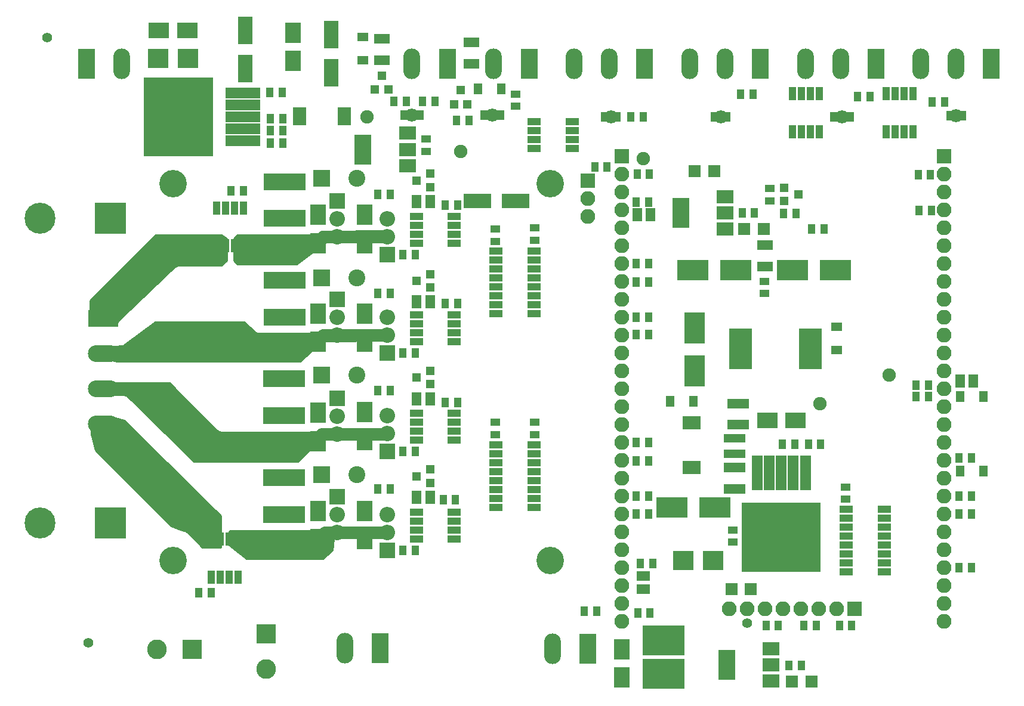
<source format=gbr>
G04 #@! TF.FileFunction,Soldermask,Bot*
%FSLAX45Y45*%
G04 Gerber Fmt 4.5, Leading zero omitted, Abs format (unit mm)*
G04 Created by KiCad (PCBNEW 4.0.7-e2-6376~58~ubuntu16.04.1) date Mon Mar 12 22:22:28 2018*
%MOMM*%
%LPD*%
G01*
G04 APERTURE LIST*
%ADD10C,0.100000*%
%ADD11C,1.400000*%
%ADD12R,2.100000X2.100000*%
%ADD13O,2.100000X2.100000*%
%ADD14R,2.400000X4.200000*%
%ADD15R,2.400000X1.900000*%
%ADD16R,1.760000X1.800000*%
%ADD17R,1.000000X1.950000*%
%ADD18R,4.360000X2.380000*%
%ADD19O,4.360000X2.380000*%
%ADD20R,2.800000X2.800000*%
%ADD21C,2.800000*%
%ADD22R,2.200000X2.900000*%
%ADD23R,2.380000X4.360000*%
%ADD24O,2.380000X4.360000*%
%ADD25R,2.200000X2.200000*%
%ADD26O,2.200000X2.200000*%
%ADD27R,1.400000X1.070000*%
%ADD28R,1.370000X1.900000*%
%ADD29R,1.070000X1.400000*%
%ADD30R,1.300000X1.200000*%
%ADD31R,1.600000X1.300000*%
%ADD32R,1.300000X1.600000*%
%ADD33R,2.900000X2.200000*%
%ADD34R,2.200000X1.470000*%
%ADD35R,5.900000X4.290000*%
%ADD36R,2.600000X1.900000*%
%ADD37R,3.100000X1.200000*%
%ADD38R,3.300000X5.800000*%
%ADD39R,1.900000X2.600000*%
%ADD40R,1.200000X1.300000*%
%ADD41R,1.900000X1.000000*%
%ADD42R,1.950000X1.000000*%
%ADD43R,2.900000X2.700000*%
%ADD44R,1.500000X5.000000*%
%ADD45R,11.200000X9.800000*%
%ADD46R,5.000000X1.500000*%
%ADD47R,9.800000X11.200000*%
%ADD48C,3.900000*%
%ADD49R,1.900000X1.370000*%
%ADD50R,4.400000X2.900000*%
%ADD51R,2.900000X4.400000*%
%ADD52R,3.100000X1.470000*%
%ADD53R,2.000000X3.900000*%
%ADD54R,3.900000X2.000000*%
%ADD55R,4.400000X4.400000*%
%ADD56C,4.400000*%
%ADD57R,5.900000X2.425000*%
%ADD58R,2.400000X2.400000*%
%ADD59C,2.400000*%
%ADD60R,1.100000X1.400000*%
%ADD61O,1.860000X1.860000*%
%ADD62C,1.900000*%
%ADD63R,1.400000X1.400000*%
%ADD64C,0.254000*%
G04 APERTURE END LIST*
D10*
D11*
X7840000Y-6790000D03*
D12*
X19300000Y-14900000D03*
D13*
X19046000Y-14900000D03*
X18792000Y-14900000D03*
X18538000Y-14900000D03*
X18284000Y-14900000D03*
X18030000Y-14900000D03*
X17776000Y-14900000D03*
X17522000Y-14900000D03*
D14*
X16835000Y-9280000D03*
D15*
X17465000Y-9280000D03*
X17465000Y-9510000D03*
X17465000Y-9050000D03*
D16*
X17032000Y-8690000D03*
X17308000Y-8690000D03*
D17*
X10169500Y-13910000D03*
X10296500Y-13910000D03*
X10423500Y-13910000D03*
X10550500Y-13910000D03*
X10550500Y-14450000D03*
X10423500Y-14450000D03*
X10296500Y-14450000D03*
X10169500Y-14450000D03*
D18*
X8640000Y-10780000D03*
D19*
X8640000Y-11280000D03*
X8640000Y-12280000D03*
X8640000Y-11780000D03*
D20*
X9900000Y-15480000D03*
D21*
X9400000Y-15480000D03*
D22*
X11690000Y-12120000D03*
X11690000Y-12520000D03*
D12*
X16000000Y-8480000D03*
D13*
X16000000Y-8734000D03*
X16000000Y-8988000D03*
X16000000Y-9242000D03*
X16000000Y-9496000D03*
X16000000Y-9750000D03*
X16000000Y-10004000D03*
X16000000Y-10258000D03*
X16000000Y-10512000D03*
X16000000Y-10766000D03*
X16000000Y-11020000D03*
X16000000Y-11274000D03*
X16000000Y-11528000D03*
X16000000Y-11782000D03*
X16000000Y-12036000D03*
X16000000Y-12290000D03*
X16000000Y-12544000D03*
X16000000Y-12798000D03*
X16000000Y-13052000D03*
X16000000Y-13306000D03*
X16000000Y-13560000D03*
X16000000Y-13814000D03*
X16000000Y-14068000D03*
X16000000Y-14322000D03*
X16000000Y-14576000D03*
X16000000Y-14830000D03*
X16000000Y-15084000D03*
D23*
X8400000Y-7160000D03*
D24*
X8900000Y-7160000D03*
D25*
X12670000Y-12670000D03*
D26*
X12670000Y-12416000D03*
X12670000Y-12162000D03*
D25*
X11960000Y-10510000D03*
D26*
X11960000Y-10764000D03*
X11960000Y-11018000D03*
D25*
X11960000Y-11910000D03*
D26*
X11960000Y-12164000D03*
X11960000Y-12418000D03*
D25*
X11960000Y-9110000D03*
D26*
X11960000Y-9364000D03*
X11960000Y-9618000D03*
D25*
X12670000Y-9870000D03*
D26*
X12670000Y-9616000D03*
X12670000Y-9362000D03*
D27*
X14760000Y-9492500D03*
X14760000Y-9667500D03*
X14760000Y-12252500D03*
X14760000Y-12427500D03*
X14200000Y-9512500D03*
X14200000Y-9687500D03*
X14200000Y-12252500D03*
X14200000Y-12427500D03*
D28*
X13084500Y-9120000D03*
X13275500Y-9120000D03*
X13084500Y-10545000D03*
X13275500Y-10545000D03*
X13084500Y-11920000D03*
X13275500Y-11920000D03*
X13084500Y-13320000D03*
X13275500Y-13320000D03*
D29*
X13492500Y-9170000D03*
X13667500Y-9170000D03*
X10452500Y-8965000D03*
X10627500Y-8965000D03*
X13492500Y-10570000D03*
X13667500Y-10570000D03*
X9992500Y-14670000D03*
X10167500Y-14670000D03*
X13462500Y-13350000D03*
X13637500Y-13350000D03*
X13492500Y-11970000D03*
X13667500Y-11970000D03*
X11002500Y-7570000D03*
X11177500Y-7570000D03*
D30*
X13280000Y-8725000D03*
X13280000Y-8915000D03*
X13080000Y-8820000D03*
X13280000Y-10150000D03*
X13280000Y-10340000D03*
X13080000Y-10245000D03*
X13280000Y-11525000D03*
X13280000Y-11715000D03*
X13080000Y-11620000D03*
X13280000Y-12925000D03*
X13280000Y-13115000D03*
X13080000Y-13020000D03*
D22*
X11690000Y-9310000D03*
X11690000Y-9710000D03*
X12350000Y-9710000D03*
X12350000Y-9310000D03*
X11690000Y-10710000D03*
X11690000Y-11110000D03*
X12350000Y-11110000D03*
X12350000Y-10710000D03*
X12350000Y-12510000D03*
X12350000Y-12110000D03*
X11690000Y-13510000D03*
X11690000Y-13910000D03*
X12350000Y-13910000D03*
X12350000Y-13510000D03*
D31*
X12320000Y-7115000D03*
X12320000Y-6785000D03*
D32*
X13955000Y-7520000D03*
X14285000Y-7520000D03*
X17015000Y-11960000D03*
X16685000Y-11960000D03*
D33*
X18060000Y-12230000D03*
X18460000Y-12230000D03*
X9830000Y-6690000D03*
X9430000Y-6690000D03*
D34*
X12590000Y-6809500D03*
X12590000Y-7110500D03*
X13860000Y-6859500D03*
X13860000Y-7160500D03*
D35*
X16590000Y-15350500D03*
X16590000Y-15829500D03*
D36*
X16990000Y-12900000D03*
X16990000Y-12260000D03*
D37*
X17600000Y-12480000D03*
X17600000Y-12700000D03*
D38*
X17685000Y-11210000D03*
X18675000Y-11210000D03*
D34*
X18030000Y-10040500D03*
X18030000Y-9739500D03*
D39*
X11420000Y-7910000D03*
X12060000Y-7910000D03*
D40*
X12685000Y-7530000D03*
X12495000Y-7530000D03*
X12590000Y-7330000D03*
D29*
X16202500Y-10000000D03*
X16377500Y-10000000D03*
X16202500Y-12540000D03*
X16377500Y-12540000D03*
X16202500Y-10260000D03*
X16377500Y-10260000D03*
X16202500Y-12800000D03*
X16377500Y-12800000D03*
X16202500Y-10760000D03*
X16377500Y-10760000D03*
X16202500Y-13300000D03*
X16377500Y-13300000D03*
X16202500Y-11010000D03*
X16377500Y-11010000D03*
X16202500Y-13560000D03*
X16377500Y-13560000D03*
X12532500Y-9020000D03*
X12707500Y-9020000D03*
X12892500Y-9870000D03*
X13067500Y-9870000D03*
X12532500Y-10420000D03*
X12707500Y-10420000D03*
X12892500Y-11270000D03*
X13067500Y-11270000D03*
X12532500Y-11800000D03*
X12707500Y-11800000D03*
X12892500Y-12670000D03*
X13067500Y-12670000D03*
X12532500Y-13200000D03*
X12707500Y-13200000D03*
X12892500Y-14070000D03*
X13067500Y-14070000D03*
X15787500Y-8630000D03*
X15612500Y-8630000D03*
X15637500Y-14940000D03*
X15462500Y-14940000D03*
X16387500Y-8730000D03*
X16212500Y-8730000D03*
X16397500Y-14960000D03*
X16222500Y-14960000D03*
X20202500Y-8740000D03*
X20377500Y-8740000D03*
X20212500Y-9250000D03*
X20387500Y-9250000D03*
X16297500Y-7920000D03*
X16122500Y-7920000D03*
X17857500Y-7600000D03*
X17682500Y-7600000D03*
X19517500Y-7630000D03*
X19342500Y-7630000D03*
X20402500Y-7710000D03*
X20577500Y-7710000D03*
X12937500Y-7700000D03*
X12762500Y-7700000D03*
X13827500Y-7970000D03*
X13652500Y-7970000D03*
X13347500Y-7700000D03*
X13172500Y-7700000D03*
D27*
X14490000Y-7592500D03*
X14490000Y-7767500D03*
D29*
X20347500Y-11730000D03*
X20172500Y-11730000D03*
X16202500Y-9130000D03*
X16377500Y-9130000D03*
X16262500Y-14260000D03*
X16437500Y-14260000D03*
X20347500Y-11890000D03*
X20172500Y-11890000D03*
X18292500Y-9290000D03*
X18467500Y-9290000D03*
D27*
X18100000Y-8932500D03*
X18100000Y-9107500D03*
D29*
X18867500Y-9510000D03*
X18692500Y-9510000D03*
D41*
X14750000Y-9825500D03*
X14750000Y-9952500D03*
X14750000Y-10079500D03*
X14750000Y-10206500D03*
X14750000Y-10333500D03*
X14750000Y-10460500D03*
X14750000Y-10587500D03*
X14750000Y-10714500D03*
X14210000Y-10714500D03*
X14210000Y-10587500D03*
X14210000Y-10460500D03*
X14210000Y-10333500D03*
X14210000Y-10206500D03*
X14210000Y-10079500D03*
X14210000Y-9952500D03*
X14210000Y-9825500D03*
X14750000Y-12575500D03*
X14750000Y-12702500D03*
X14750000Y-12829500D03*
X14750000Y-12956500D03*
X14750000Y-13083500D03*
X14750000Y-13210500D03*
X14750000Y-13337500D03*
X14750000Y-13464500D03*
X14210000Y-13464500D03*
X14210000Y-13337500D03*
X14210000Y-13210500D03*
X14210000Y-13083500D03*
X14210000Y-12956500D03*
X14210000Y-12829500D03*
X14210000Y-12702500D03*
X14210000Y-12575500D03*
D17*
X10630500Y-9750000D03*
X10503500Y-9750000D03*
X10376500Y-9750000D03*
X10249500Y-9750000D03*
X10249500Y-9210000D03*
X10376500Y-9210000D03*
X10503500Y-9210000D03*
X10630500Y-9210000D03*
D42*
X15290000Y-7989500D03*
X15290000Y-8116500D03*
X15290000Y-8243500D03*
X15290000Y-8370500D03*
X14750000Y-8370500D03*
X14750000Y-8243500D03*
X14750000Y-8116500D03*
X14750000Y-7989500D03*
D17*
X18419500Y-7590000D03*
X18546500Y-7590000D03*
X18673500Y-7590000D03*
X18800500Y-7590000D03*
X18800500Y-8130000D03*
X18673500Y-8130000D03*
X18546500Y-8130000D03*
X18419500Y-8130000D03*
X19749500Y-7590000D03*
X19876500Y-7590000D03*
X20003500Y-7590000D03*
X20130500Y-7590000D03*
X20130500Y-8130000D03*
X20003500Y-8130000D03*
X19876500Y-8130000D03*
X19749500Y-8130000D03*
D14*
X17485000Y-15700000D03*
D15*
X18115000Y-15700000D03*
X18115000Y-15930000D03*
X18115000Y-15470000D03*
D22*
X11330000Y-7120000D03*
X11330000Y-6720000D03*
D40*
X13805000Y-7740000D03*
X13615000Y-7740000D03*
X13710000Y-7540000D03*
D30*
X18300000Y-9115000D03*
X18300000Y-8925000D03*
X18500000Y-9020000D03*
D29*
X20782500Y-12760000D03*
X20957500Y-12760000D03*
X18447500Y-12570000D03*
X18272500Y-12570000D03*
X18642500Y-12570000D03*
X18817500Y-12570000D03*
X19257500Y-15140000D03*
X19082500Y-15140000D03*
X18757500Y-15140000D03*
X18582500Y-15140000D03*
X18217500Y-15140000D03*
X18042500Y-15140000D03*
X11012500Y-8110000D03*
X11187500Y-8110000D03*
X11012500Y-8290000D03*
X11187500Y-8290000D03*
X11187500Y-7940000D03*
X11012500Y-7940000D03*
D11*
X17775000Y-15107500D03*
X8427500Y-15387500D03*
D28*
X20794500Y-11670000D03*
X20985500Y-11670000D03*
D32*
X20795000Y-11890000D03*
X21125000Y-11890000D03*
X20795000Y-12950000D03*
X21125000Y-12950000D03*
D22*
X16000000Y-15880000D03*
X16000000Y-15480000D03*
D43*
X17295000Y-14220000D03*
X16865000Y-14220000D03*
D31*
X19040000Y-11225000D03*
X19040000Y-10895000D03*
D43*
X9845000Y-7090000D03*
X9415000Y-7090000D03*
D44*
X17920000Y-12972500D03*
X18090000Y-12972500D03*
X18260000Y-12972500D03*
X18430000Y-12972500D03*
X18600000Y-12972500D03*
D45*
X18260000Y-13887500D03*
D41*
X19720000Y-13485500D03*
X19720000Y-13612500D03*
X19720000Y-13739500D03*
X19720000Y-13866500D03*
X19720000Y-13993500D03*
X19720000Y-14120500D03*
X19720000Y-14247500D03*
X19720000Y-14374500D03*
X19180000Y-14374500D03*
X19180000Y-14247500D03*
X19180000Y-14120500D03*
X19180000Y-13993500D03*
X19180000Y-13866500D03*
X19180000Y-13739500D03*
X19180000Y-13612500D03*
X19180000Y-13485500D03*
D46*
X10617500Y-7580000D03*
X10617500Y-7750000D03*
X10617500Y-7920000D03*
X10617500Y-8090000D03*
X10617500Y-8260000D03*
D47*
X9702500Y-7920000D03*
D14*
X12325000Y-8380000D03*
D15*
X12955000Y-8380000D03*
X12955000Y-8610000D03*
X12955000Y-8150000D03*
D25*
X12670000Y-11270000D03*
D26*
X12670000Y-11016000D03*
X12670000Y-10762000D03*
D25*
X11960000Y-13310000D03*
D26*
X11960000Y-13564000D03*
X11960000Y-13818000D03*
D25*
X12670000Y-14070000D03*
D26*
X12670000Y-13816000D03*
X12670000Y-13562000D03*
D48*
X9630000Y-14220000D03*
X9630000Y-8870000D03*
X14980000Y-14220000D03*
X14980000Y-8870000D03*
D42*
X13620000Y-12129500D03*
X13620000Y-12256500D03*
X13620000Y-12383500D03*
X13620000Y-12510500D03*
X13080000Y-12510500D03*
X13080000Y-12383500D03*
X13080000Y-12256500D03*
X13080000Y-12129500D03*
X13620000Y-9329500D03*
X13620000Y-9456500D03*
X13620000Y-9583500D03*
X13620000Y-9710500D03*
X13080000Y-9710500D03*
X13080000Y-9583500D03*
X13080000Y-9456500D03*
X13080000Y-9329500D03*
X13620000Y-10729500D03*
X13620000Y-10856500D03*
X13620000Y-10983500D03*
X13620000Y-11110500D03*
X13080000Y-11110500D03*
X13080000Y-10983500D03*
X13080000Y-10856500D03*
X13080000Y-10729500D03*
X13620000Y-13529500D03*
X13620000Y-13656500D03*
X13620000Y-13783500D03*
X13620000Y-13910500D03*
X13080000Y-13910500D03*
X13080000Y-13783500D03*
X13080000Y-13656500D03*
X13080000Y-13529500D03*
D28*
X16214500Y-9310000D03*
X16405500Y-9310000D03*
D49*
X16300000Y-14434500D03*
X16300000Y-14625500D03*
D16*
X17732000Y-9510000D03*
X18008000Y-9510000D03*
X18412000Y-15937500D03*
X18688000Y-15937500D03*
D27*
X17570000Y-13957500D03*
X17570000Y-13782500D03*
D50*
X17315000Y-13460000D03*
X16705000Y-13460000D03*
D16*
X17828000Y-14620000D03*
X17552000Y-14620000D03*
D29*
X17702500Y-9280000D03*
X17877500Y-9280000D03*
X18370000Y-15710000D03*
X18545000Y-15710000D03*
D51*
X17030000Y-11525000D03*
X17030000Y-10915000D03*
D52*
X17650000Y-12290500D03*
X17650000Y-11989500D03*
X17600000Y-12899500D03*
X17600000Y-13200500D03*
D50*
X17615000Y-10090000D03*
X17005000Y-10090000D03*
X18415000Y-10090000D03*
X19025000Y-10090000D03*
D27*
X18020000Y-10252500D03*
X18020000Y-10427500D03*
X19170000Y-13347500D03*
X19170000Y-13172500D03*
D53*
X10650000Y-7230000D03*
X10650000Y-6690000D03*
X11870000Y-7290000D03*
X11870000Y-6750000D03*
D54*
X14490000Y-9110000D03*
X13950000Y-9110000D03*
D27*
X13220000Y-8407500D03*
X13220000Y-8232500D03*
D23*
X12570000Y-15460000D03*
D24*
X12070000Y-15460000D03*
D23*
X15510000Y-15470000D03*
D24*
X15010000Y-15470000D03*
D12*
X20572000Y-8480000D03*
D13*
X20572000Y-8734000D03*
X20572000Y-8988000D03*
X20572000Y-9242000D03*
X20572000Y-9496000D03*
X20572000Y-9750000D03*
X20572000Y-10004000D03*
X20572000Y-10258000D03*
X20572000Y-10512000D03*
X20572000Y-10766000D03*
X20572000Y-11020000D03*
X20572000Y-11274000D03*
X20572000Y-11528000D03*
X20572000Y-11782000D03*
X20572000Y-12036000D03*
X20572000Y-12290000D03*
X20572000Y-12544000D03*
X20572000Y-12798000D03*
X20572000Y-13052000D03*
X20572000Y-13306000D03*
X20572000Y-13560000D03*
X20572000Y-13814000D03*
X20572000Y-14068000D03*
X20572000Y-14322000D03*
X20572000Y-14576000D03*
X20572000Y-14830000D03*
X20572000Y-15084000D03*
D55*
X8740000Y-9360000D03*
D56*
X7740000Y-9360000D03*
D55*
X8740000Y-13680000D03*
D56*
X7740000Y-13680000D03*
D20*
X10950000Y-15260000D03*
D21*
X10950000Y-15760000D03*
D23*
X16320000Y-7160000D03*
D24*
X15820000Y-7160000D03*
X15320000Y-7160000D03*
D23*
X17960000Y-7160000D03*
D24*
X17460000Y-7160000D03*
X16960000Y-7160000D03*
D23*
X19600000Y-7160000D03*
D24*
X19100000Y-7160000D03*
X18600000Y-7160000D03*
D23*
X21240000Y-7160000D03*
D24*
X20740000Y-7160000D03*
X20240000Y-7160000D03*
D23*
X13520000Y-7160000D03*
D24*
X13020000Y-7160000D03*
D23*
X14680000Y-7160000D03*
D24*
X14180000Y-7160000D03*
D57*
X11200000Y-13561250D03*
X11200000Y-13038750D03*
X11210000Y-9361250D03*
X11210000Y-8838750D03*
X11210000Y-10761250D03*
X11210000Y-10238750D03*
X11200000Y-12161250D03*
X11200000Y-11638750D03*
D58*
X11740000Y-11580000D03*
D59*
X12240000Y-11580000D03*
D58*
X11740000Y-8790000D03*
D59*
X12240000Y-8790000D03*
D58*
X11740000Y-10200000D03*
D59*
X12240000Y-10200000D03*
D12*
X15510000Y-8820000D03*
D13*
X15510000Y-9074000D03*
X15510000Y-9328000D03*
D29*
X20782500Y-13560000D03*
X20957500Y-13560000D03*
X20782500Y-14320000D03*
X20957500Y-14320000D03*
X20782500Y-13300000D03*
X20957500Y-13300000D03*
D60*
X15927500Y-7920000D03*
X15752500Y-7920000D03*
D61*
X15840000Y-7920000D03*
D60*
X17487500Y-7920000D03*
X17312500Y-7920000D03*
D61*
X17400000Y-7920000D03*
D60*
X20652500Y-7900000D03*
X20827500Y-7900000D03*
D61*
X20740000Y-7900000D03*
D62*
X16300000Y-8510000D03*
X19790000Y-11580000D03*
X18810000Y-11990000D03*
X12385000Y-7915000D03*
X13710000Y-8410000D03*
D58*
X11740000Y-13000000D03*
D59*
X12240000Y-13000000D03*
D63*
X19220000Y-7920000D03*
X19020000Y-7920000D03*
D61*
X19120000Y-7920000D03*
D63*
X12920000Y-7890000D03*
X13120000Y-7890000D03*
D61*
X13020000Y-7890000D03*
D63*
X14060000Y-7890000D03*
X14260000Y-7890000D03*
D61*
X14160000Y-7890000D03*
D64*
G36*
X10388668Y-9647376D02*
X10394800Y-9673947D01*
X10394800Y-9827141D01*
X10387594Y-9954445D01*
X10314739Y-10027300D01*
X9700000Y-10027300D01*
X9694997Y-10028327D01*
X9659997Y-10043327D01*
X9656296Y-10045752D01*
X9613796Y-10085752D01*
X9613746Y-10085799D01*
X8841246Y-10820799D01*
X8837890Y-10826176D01*
X8825692Y-10864800D01*
X8452700Y-10864800D01*
X8452700Y-10525261D01*
X9385261Y-9592700D01*
X10315767Y-9592700D01*
X10388668Y-9647376D01*
X10388668Y-9647376D01*
G37*
X10388668Y-9647376D02*
X10394800Y-9673947D01*
X10394800Y-9827141D01*
X10387594Y-9954445D01*
X10314739Y-10027300D01*
X9700000Y-10027300D01*
X9694997Y-10028327D01*
X9659997Y-10043327D01*
X9656296Y-10045752D01*
X9613796Y-10085752D01*
X9613746Y-10085799D01*
X8841246Y-10820799D01*
X8837890Y-10826176D01*
X8825692Y-10864800D01*
X8452700Y-10864800D01*
X8452700Y-10525261D01*
X9385261Y-9592700D01*
X10315767Y-9592700D01*
X10388668Y-9647376D01*
G36*
X12674800Y-9694836D02*
X11799964Y-9697300D01*
X11795026Y-9698315D01*
X11791020Y-9701020D01*
X11773520Y-9718520D01*
X11770733Y-9722721D01*
X11769800Y-9727500D01*
X11769800Y-9824800D01*
X11630000Y-9824800D01*
X11625059Y-9825801D01*
X11622463Y-9827278D01*
X11378324Y-10007300D01*
X10545261Y-10007300D01*
X10492700Y-9954739D01*
X10492700Y-9645261D01*
X10545261Y-9592700D01*
X11672500Y-9592700D01*
X11677441Y-9591699D01*
X11681186Y-9589265D01*
X11719620Y-9553234D01*
X11739150Y-9544553D01*
X11756597Y-9540192D01*
X12674800Y-9535268D01*
X12674800Y-9694836D01*
X12674800Y-9694836D01*
G37*
X12674800Y-9694836D02*
X11799964Y-9697300D01*
X11795026Y-9698315D01*
X11791020Y-9701020D01*
X11773520Y-9718520D01*
X11770733Y-9722721D01*
X11769800Y-9727500D01*
X11769800Y-9824800D01*
X11630000Y-9824800D01*
X11625059Y-9825801D01*
X11622463Y-9827278D01*
X11378324Y-10007300D01*
X10545261Y-10007300D01*
X10492700Y-9954739D01*
X10492700Y-9645261D01*
X10545261Y-9592700D01*
X11672500Y-9592700D01*
X11677441Y-9591699D01*
X11681186Y-9589265D01*
X11719620Y-9553234D01*
X11739150Y-9544553D01*
X11756597Y-9540192D01*
X12674800Y-9535268D01*
X12674800Y-9694836D01*
G36*
X10814203Y-10987115D02*
X10820009Y-10989953D01*
X10832509Y-10992453D01*
X10835000Y-10992700D01*
X11672500Y-10992700D01*
X11677441Y-10991699D01*
X11681480Y-10988980D01*
X11715278Y-10955183D01*
X11730209Y-10946651D01*
X11743071Y-10942363D01*
X11756068Y-10940197D01*
X12657124Y-10937735D01*
X12654972Y-11094836D01*
X11799998Y-11097300D01*
X11797500Y-11097300D01*
X11792559Y-11098301D01*
X11788520Y-11101020D01*
X11771020Y-11118520D01*
X11768233Y-11122721D01*
X11767300Y-11127500D01*
X11767300Y-11222300D01*
X11617500Y-11222300D01*
X11612559Y-11223301D01*
X11608853Y-11225698D01*
X11435009Y-11387300D01*
X8821972Y-11387300D01*
X8768851Y-11370398D01*
X8767491Y-11370047D01*
X8754991Y-11367547D01*
X8752500Y-11367300D01*
X8574883Y-11367300D01*
X8570501Y-11194231D01*
X8913481Y-11167662D01*
X8918801Y-11166027D01*
X8953801Y-11146027D01*
X8955091Y-11145182D01*
X9374213Y-10832700D01*
X10635278Y-10832700D01*
X10814203Y-10987115D01*
X10814203Y-10987115D01*
G37*
X10814203Y-10987115D02*
X10820009Y-10989953D01*
X10832509Y-10992453D01*
X10835000Y-10992700D01*
X11672500Y-10992700D01*
X11677441Y-10991699D01*
X11681480Y-10988980D01*
X11715278Y-10955183D01*
X11730209Y-10946651D01*
X11743071Y-10942363D01*
X11756068Y-10940197D01*
X12657124Y-10937735D01*
X12654972Y-11094836D01*
X11799998Y-11097300D01*
X11797500Y-11097300D01*
X11792559Y-11098301D01*
X11788520Y-11101020D01*
X11771020Y-11118520D01*
X11768233Y-11122721D01*
X11767300Y-11127500D01*
X11767300Y-11222300D01*
X11617500Y-11222300D01*
X11612559Y-11223301D01*
X11608853Y-11225698D01*
X11435009Y-11387300D01*
X8821972Y-11387300D01*
X8768851Y-11370398D01*
X8767491Y-11370047D01*
X8754991Y-11367547D01*
X8752500Y-11367300D01*
X8574883Y-11367300D01*
X8570501Y-11194231D01*
X8913481Y-11167662D01*
X8918801Y-11166027D01*
X8953801Y-11146027D01*
X8955091Y-11145182D01*
X9374213Y-10832700D01*
X10635278Y-10832700D01*
X10814203Y-10987115D01*
G36*
X10251020Y-12368980D02*
X10251735Y-12369643D01*
X10269235Y-12384643D01*
X10274011Y-12387211D01*
X10291511Y-12392211D01*
X10295000Y-12392700D01*
X11662500Y-12392700D01*
X11667441Y-12391699D01*
X11671480Y-12388980D01*
X11705023Y-12355437D01*
X11726658Y-12344620D01*
X11736258Y-12342700D01*
X12667653Y-12342700D01*
X12671937Y-12494800D01*
X11792500Y-12494800D01*
X11786820Y-12496141D01*
X11781820Y-12498641D01*
X11778520Y-12501020D01*
X11771020Y-12508520D01*
X11768233Y-12512721D01*
X11767300Y-12517500D01*
X11767300Y-12632300D01*
X11597500Y-12632300D01*
X11592559Y-12633301D01*
X11589017Y-12635548D01*
X11397637Y-12807300D01*
X9925181Y-12807300D01*
X8981384Y-11883424D01*
X8979034Y-11881610D01*
X8966534Y-11874110D01*
X8963489Y-11872789D01*
X8945989Y-11867789D01*
X8942500Y-11867300D01*
X8552860Y-11867300D01*
X8555042Y-11692700D01*
X9574739Y-11692700D01*
X10251020Y-12368980D01*
X10251020Y-12368980D01*
G37*
X10251020Y-12368980D02*
X10251735Y-12369643D01*
X10269235Y-12384643D01*
X10274011Y-12387211D01*
X10291511Y-12392211D01*
X10295000Y-12392700D01*
X11662500Y-12392700D01*
X11667441Y-12391699D01*
X11671480Y-12388980D01*
X11705023Y-12355437D01*
X11726658Y-12344620D01*
X11736258Y-12342700D01*
X12667653Y-12342700D01*
X12671937Y-12494800D01*
X11792500Y-12494800D01*
X11786820Y-12496141D01*
X11781820Y-12498641D01*
X11778520Y-12501020D01*
X11771020Y-12508520D01*
X11768233Y-12512721D01*
X11767300Y-12517500D01*
X11767300Y-12632300D01*
X11597500Y-12632300D01*
X11592559Y-12633301D01*
X11589017Y-12635548D01*
X11397637Y-12807300D01*
X9925181Y-12807300D01*
X8981384Y-11883424D01*
X8979034Y-11881610D01*
X8966534Y-11874110D01*
X8963489Y-11872789D01*
X8945989Y-11867789D01*
X8942500Y-11867300D01*
X8552860Y-11867300D01*
X8555042Y-11692700D01*
X9574739Y-11692700D01*
X10251020Y-12368980D01*
G36*
X8933186Y-12231116D02*
X10307300Y-13585315D01*
X10307300Y-14027300D01*
X10045261Y-14027300D01*
X9838980Y-13821020D01*
X9837382Y-13819666D01*
X9819882Y-13807166D01*
X9816516Y-13805452D01*
X9704371Y-13768070D01*
X9607137Y-13729176D01*
X8531468Y-12653507D01*
X8472542Y-12417804D01*
X8460626Y-12301024D01*
X8538988Y-12192700D01*
X8817939Y-12192700D01*
X8933186Y-12231116D01*
X8933186Y-12231116D01*
G37*
X8933186Y-12231116D02*
X10307300Y-13585315D01*
X10307300Y-14027300D01*
X10045261Y-14027300D01*
X9838980Y-13821020D01*
X9837382Y-13819666D01*
X9819882Y-13807166D01*
X9816516Y-13805452D01*
X9704371Y-13768070D01*
X9607137Y-13729176D01*
X8531468Y-12653507D01*
X8472542Y-12417804D01*
X8460626Y-12301024D01*
X8538988Y-12192700D01*
X8817939Y-12192700D01*
X8933186Y-12231116D01*
G36*
X12659800Y-13897300D02*
X11917500Y-13897300D01*
X11912559Y-13898301D01*
X11908396Y-13901145D01*
X11905668Y-13905384D01*
X11904867Y-13908699D01*
X11887886Y-14073656D01*
X11755302Y-14187300D01*
X10674343Y-14187300D01*
X10423026Y-13992652D01*
X10410286Y-13981733D01*
X10412623Y-13822838D01*
X10442761Y-13792700D01*
X11702500Y-13792700D01*
X11707441Y-13791699D01*
X11711480Y-13788980D01*
X11740737Y-13759723D01*
X11755828Y-13748944D01*
X11774561Y-13742700D01*
X12659800Y-13742700D01*
X12659800Y-13897300D01*
X12659800Y-13897300D01*
G37*
X12659800Y-13897300D02*
X11917500Y-13897300D01*
X11912559Y-13898301D01*
X11908396Y-13901145D01*
X11905668Y-13905384D01*
X11904867Y-13908699D01*
X11887886Y-14073656D01*
X11755302Y-14187300D01*
X10674343Y-14187300D01*
X10423026Y-13992652D01*
X10410286Y-13981733D01*
X10412623Y-13822838D01*
X10442761Y-13792700D01*
X11702500Y-13792700D01*
X11707441Y-13791699D01*
X11711480Y-13788980D01*
X11740737Y-13759723D01*
X11755828Y-13748944D01*
X11774561Y-13742700D01*
X12659800Y-13742700D01*
X12659800Y-13897300D01*
M02*

</source>
